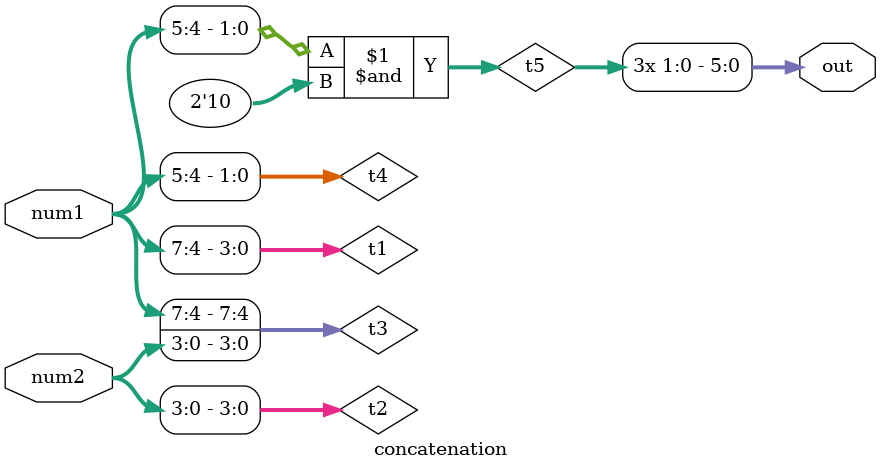
<source format=v>
`timescale 1ns / 1ps

module concatenation(num1,num2,out);
    input [7:0] num1;
    input [7:0] num2;
    output [5:0] out;
    wire [3:0] t1;
    wire [3:0] t2;
    wire [7:0] t3;
    wire [1:0] t4;
    wire [1:0] t5;
    parameter case1 = 2'b10;
    
    assign t1=num1[7:4];
    assign t2=num2[3:0];
    assign t3={t1,t2};
    assign t4=t3[5:4];
    assign t5=t4 & case1;
    assign out={3{t5}};
    
endmodule

</source>
